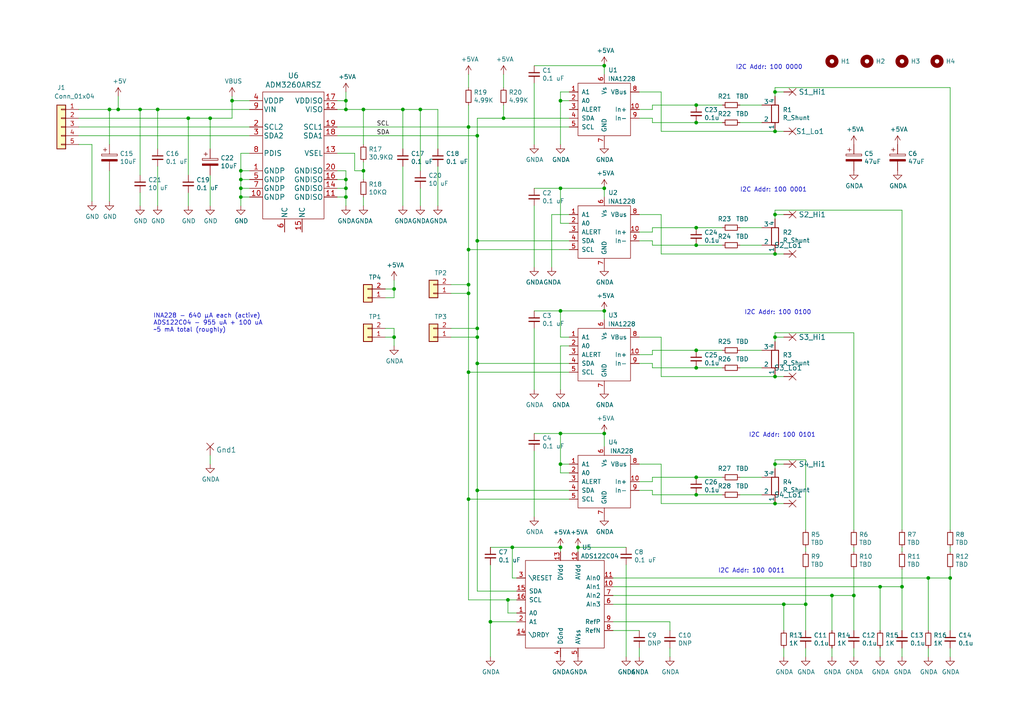
<source format=kicad_sch>
(kicad_sch (version 20211123) (generator eeschema)
  (paper "A4")
  (lib_symbols
    (symbol "Connector_Generic:Conn_01x02" (pin_names (offset 1.016) hide)
      (property "Reference" "J" (at 0 2.54 0))
      (property "Value" "Conn_01x02" (at 0 -5.08 0))
      (symbol "Conn_01x02_1_1"
        (pin passive line (at -5.08 0 0) (length 3.81) (name "Pin_1") (number "1"))
        (pin passive line (at -5.08 -2.54 0) (length 3.81) (name "Pin_2") (number "2"))
      )
    )
    (symbol "Connector_Generic:Conn_01x05" (pin_names (offset 1.016) hide)
      (property "Reference" "J" (at 0 7.62 0))
      (property "Value" "Conn_01x05" (at 0 -7.62 0))
      (symbol "Conn_01x05_1_1"
        (pin passive line (at -5.08 5.08 0) (length 3.81) (name "Pin_1") (number "1"))
        (pin passive line (at -5.08 2.54 0) (length 3.81) (name "Pin_2") (number "2"))
        (pin passive line (at -5.08 0 0) (length 3.81) (name "Pin_3") (number "3"))
        (pin passive line (at -5.08 -2.54 0) (length 3.81) (name "Pin_4") (number "4"))
        (pin passive line (at -5.08 -5.08 0) (length 3.81) (name "Pin_5") (number "5"))
      )
    )
    (symbol "Device:C_Polarized" (pin_numbers hide) (pin_names (offset 0.254))
      (property "Reference" "C" (at 0.635 2.54 0))
      (property "Value" "C_Polarized" (at 0.635 -2.54 0))
      (symbol "C_Polarized_1_1"
        (pin passive line (at 0 3.81 270) (length 2.794) (name "~") (number "1"))
        (pin passive line (at 0 -3.81 90) (length 2.794) (name "~") (number "2"))
      )
    )
    (symbol "Device:C_Small" (pin_numbers hide) (pin_names (offset 0.254) hide)
      (property "Reference" "C" (at 0.254 1.778 0))
      (property "Value" "C_Small" (at 0.254 -2.032 0))
      (symbol "C_Small_1_1"
        (pin passive line (at 0 2.54 270) (length 2.032) (name "~") (number "1"))
        (pin passive line (at 0 -2.54 90) (length 2.032) (name "~") (number "2"))
      )
    )
    (symbol "Device:R_Shunt" (pin_numbers hide) (pin_names (offset 0))
      (property "Reference" "R" (at -4.445 0 90))
      (property "Value" "R_Shunt" (at -2.54 0 90))
      (symbol "R_Shunt_1_1"
        (pin passive line (at 0 5.08 270) (length 2.54) (name "1") (number "1"))
        (pin passive line (at 3.81 2.54 180) (length 2.54) (name "2") (number "2"))
        (pin passive line (at 3.81 -2.54 180) (length 2.54) (name "3") (number "3"))
        (pin passive line (at 0 -5.08 90) (length 2.54) (name "4") (number "4"))
      )
    )
    (symbol "Device:R_Small" (pin_numbers hide) (pin_names (offset 0.254) hide)
      (property "Reference" "R" (at 0.762 0.508 0))
      (property "Value" "R_Small" (at 0.762 -1.016 0))
      (symbol "R_Small_1_1"
        (pin passive line (at 0 2.54 270) (length 0.762) (name "~") (number "1"))
        (pin passive line (at 0 -2.54 90) (length 0.762) (name "~") (number "2"))
      )
    )
    (symbol "Mechanical:MountingHole" (pin_names (offset 1.016))
      (property "Reference" "H" (at 0 5.08 0))
      (property "Value" "MountingHole" (at 0 3.175 0))
    )
    (symbol "custom:ADM3260ARSZ" (pin_names (offset 0.254))
      (property "Reference" "U" (at 3.81 16.51 0))
      (property "Value" "ADM3260ARSZ" (at 3.81 13.97 0))
      (symbol "ADM3260ARSZ_1_1"
        (pin power_in line (at -12.7 -15.24 0) (length 3.81) (name "GNDP") (number "1"))
        (pin power_in line (at -12.7 -22.86 0) (length 3.81) (name "GNDP") (number "10"))
        (pin power_in line (at 12.7 -22.86 180) (length 3.81) (name "GNDISO") (number "11"))
        (pin power_out line (at 12.7 2.54 180) (length 3.81) (name "VISO") (number "12"))
        (pin input line (at 12.7 -10.16 180) (length 3.81) (name "VSEL") (number "13"))
        (pin power_in line (at 12.7 -20.32 180) (length 3.81) (name "GNDISO") (number "14"))
        (pin unspecified line (at 2.54 -33.02 90) (length 3.81) (name "NC") (number "15"))
        (pin power_in line (at 12.7 -17.78 180) (length 3.81) (name "GNDISO") (number "16"))
        (pin power_in line (at 12.7 5.08 180) (length 3.81) (name "VDDISO") (number "17"))
        (pin bidirectional line (at 12.7 -5.08 180) (length 3.81) (name "SDA1") (number "18"))
        (pin bidirectional line (at 12.7 -2.54 180) (length 3.81) (name "SCL1") (number "19"))
        (pin bidirectional line (at -12.7 -2.54 0) (length 3.81) (name "SCL2") (number "2"))
        (pin power_in line (at 12.7 -15.24 180) (length 3.81) (name "GNDISO") (number "20"))
        (pin bidirectional line (at -12.7 -5.08 0) (length 3.81) (name "SDA2") (number "3"))
        (pin power_in line (at -12.7 5.08 0) (length 3.81) (name "VDDP") (number "4"))
        (pin power_in line (at -12.7 -17.78 0) (length 3.81) (name "GNDP") (number "5"))
        (pin unspecified line (at -2.54 -33.02 90) (length 3.81) (name "NC") (number "6"))
        (pin power_in line (at -12.7 -20.32 0) (length 3.81) (name "GNDP") (number "7"))
        (pin input line (at -12.7 -10.16 0) (length 3.81) (name "PDIS") (number "8"))
        (pin power_in line (at -12.7 2.54 0) (length 3.81) (name "VIN") (number "9"))
      )
    )
    (symbol "custom:ADS122C04" (pin_names (offset 1.016))
      (property "Reference" "U?" (at 8.89 13.97 0))
      (property "Value" "ADS122C04" (at 12.7 11.43 0))
      (symbol "ADS122C04_1_1"
        (pin input line (at -15.24 -5.08 0) (length 2.54) (name "A0") (number "1"))
        (pin input line (at 12.7 2.54 180) (length 2.54) (name "AIn1") (number "10"))
        (pin input line (at 12.7 5.08 180) (length 2.54) (name "AIn0") (number "11"))
        (pin input line (at 2.54 12.7 270) (length 2.54) (name "AVdd") (number "12"))
        (pin input line (at -2.54 12.7 270) (length 2.54) (name "DVdd") (number "13"))
        (pin output line (at -15.24 -11.43 0) (length 2.54) (name "\\DRDY") (number "14"))
        (pin bidirectional line (at -15.24 1.27 0) (length 2.54) (name "SDA") (number "15"))
        (pin input line (at -15.24 -1.27 0) (length 2.54) (name "SCL") (number "16"))
        (pin input line (at -15.24 -7.62 0) (length 2.54) (name "A1") (number "2"))
        (pin input line (at -15.24 5.08 0) (length 2.54) (name "\\RESET") (number "3"))
        (pin input line (at -2.54 -17.78 90) (length 2.54) (name "DGnd") (number "4"))
        (pin power_in line (at 2.54 -17.78 90) (length 2.54) (name "AVss") (number "5"))
        (pin input line (at 12.7 -2.54 180) (length 2.54) (name "AIn3") (number "6"))
        (pin input line (at 12.7 0 180) (length 2.54) (name "AIn2") (number "7"))
        (pin input line (at 12.7 -10.16 180) (length 2.54) (name "RefN") (number "8"))
        (pin input line (at 12.7 -7.62 180) (length 2.54) (name "RefP") (number "9"))
      )
    )
    (symbol "custom:INA228" (pin_names (offset 1.016))
      (property "Reference" "U?" (at 13.97 15.24 0))
      (property "Value" "INA228" (at 15.24 12.7 0))
      (symbol "INA228_1_1"
        (pin input line (at -10.16 0 0) (length 2.54) (name "A1") (number "1"))
        (pin input line (at 10.16 -5.08 180) (length 2.54) (name "In+") (number "10"))
        (pin input line (at -10.16 -2.54 0) (length 2.54) (name "A0") (number "2"))
        (pin output line (at -10.16 -5.08 0) (length 2.54) (name "ALERT") (number "3"))
        (pin bidirectional line (at -10.16 -7.62 0) (length 2.54) (name "SDA") (number "4"))
        (pin input line (at -10.16 -10.16 0) (length 2.54) (name "SCL") (number "5"))
        (pin power_in line (at 0 5.08 270) (length 2.54) (name "Vs") (number "6"))
        (pin power_in line (at 0 -15.24 90) (length 2.54) (name "GND") (number "7"))
        (pin input line (at 10.16 0 180) (length 2.54) (name "VBus") (number "8"))
        (pin input line (at 10.16 -7.62 180) (length 2.54) (name "In-") (number "9"))
      )
    )
    (symbol "custom:WIREPADSMD1,27-254-6_channel_esp32_energy_meter-eagle-import-6_channel_esp32_energy_meter-rescue" (pin_names (offset 1.016))
      (property "Reference" "PAD" (at -1.143 1.8542 0))
      (property "Value" "WIREPADSMD1,27-254-6_channel_esp32_energy_meter-eagle-import-6_channel_esp32_energy_meter-rescue" (at -1.143 -3.302 0))
      (symbol "WIREPADSMD1,27-254-6_channel_esp32_energy_meter-eagle-import-6_channel_esp32_energy_meter-rescue_1_0"
        (pin passive line (at 2.54 0 180) (length 2.54) (name "P") (number "1"))
      )
    )
    (symbol "power:+5V" (power) (pin_names (offset 0))
      (property "Value" "+5V" (at 0 3.556 0))
      (symbol "+5V_1_1"
        (pin power_in line (at 0 0 90) (length 0) hide (name "+5V") (number "1"))
      )
    )
    (symbol "power:+5VA" (power) (pin_names (offset 0))
      (property "Value" "+5VA" (at 0 3.556 0))
      (symbol "+5VA_1_1"
        (pin power_in line (at 0 0 90) (length 0) hide (name "+5VA") (number "1"))
      )
    )
    (symbol "power:GND" (power) (pin_names (offset 0))
      (property "Value" "GND" (at 0 -3.81 0))
      (symbol "GND_1_1"
        (pin power_in line (at 0 0 270) (length 0) hide (name "GND") (number "1"))
      )
    )
    (symbol "power:GNDA" (power) (pin_names (offset 0))
      (property "Value" "GNDA" (at 0 -3.81 0))
      (symbol "GNDA_1_1"
        (pin power_in line (at 0 0 270) (length 0) hide (name "GNDA") (number "1"))
      )
    )
    (symbol "power:VBUS" (power) (pin_names (offset 0))
      (property "Value" "VBUS" (at 0 3.81 0))
      (symbol "VBUS_1_1"
        (pin power_in line (at 0 0 90) (length 0) hide (name "VBUS") (number "1"))
      )
    )
  )
  (junction (at 135.89 85.09))
  (junction (at 201.93 30.48))
  (junction (at 146.05 34.29))
  (junction (at 175.26 90.17))
  (junction (at 60.96 34.29))
  (junction (at 224.79 38.1))
  (junction (at 105.41 31.75))
  (junction (at 135.89 144.78))
  (junction (at 162.56 90.17))
  (junction (at 69.85 49.53))
  (junction (at 34.29 31.75))
  (junction (at 135.89 82.55))
  (junction (at 201.93 66.04))
  (junction (at 100.33 54.61))
  (junction (at 121.92 31.75))
  (junction (at 162.56 158.75))
  (junction (at 224.79 134.62))
  (junction (at 116.84 31.75))
  (junction (at 227.33 175.26))
  (junction (at 45.72 31.75))
  (junction (at 175.26 54.61))
  (junction (at 224.79 73.66))
  (junction (at 138.43 105.41))
  (junction (at 255.27 170.18))
  (junction (at 275.59 167.64))
  (junction (at 135.89 72.39))
  (junction (at 201.93 106.68))
  (junction (at 162.56 29.21))
  (junction (at 54.61 34.29))
  (junction (at 138.43 97.79))
  (junction (at 201.93 143.51))
  (junction (at 261.62 170.18))
  (junction (at 224.79 62.23))
  (junction (at 162.56 125.73))
  (junction (at 162.56 134.62))
  (junction (at 142.24 180.34))
  (junction (at 201.93 138.43))
  (junction (at 224.79 97.79))
  (junction (at 31.75 31.75))
  (junction (at 201.93 35.56))
  (junction (at 100.33 57.15))
  (junction (at 224.79 146.05))
  (junction (at 167.64 158.75))
  (junction (at 69.85 54.61))
  (junction (at 69.85 52.07))
  (junction (at 201.93 101.6))
  (junction (at 138.43 69.85))
  (junction (at 224.79 109.22))
  (junction (at 269.24 167.64))
  (junction (at 175.26 19.05))
  (junction (at 105.41 49.53))
  (junction (at 40.64 31.75))
  (junction (at 148.59 158.75))
  (junction (at 175.26 125.73))
  (junction (at 67.31 29.21))
  (junction (at 69.85 57.15))
  (junction (at 135.89 36.83))
  (junction (at 247.65 172.72))
  (junction (at 135.89 107.95))
  (junction (at 100.33 52.07))
  (junction (at 162.56 54.61))
  (junction (at 147.32 173.99))
  (junction (at 201.93 71.12))
  (junction (at 138.43 142.24))
  (junction (at 114.3 83.82))
  (junction (at 114.3 97.79))
  (junction (at 241.3 172.72))
  (junction (at 233.68 175.26))
  (junction (at 224.79 26.67))
  (junction (at 100.33 29.21))
  (junction (at 138.43 95.25))
  (junction (at 100.33 31.75))
  (junction (at 138.43 39.37))
  (wire (pts (xy 138.43 69.85) (xy 165.1 69.85)))
  (wire (pts (xy 165.1 36.83) (xy 135.89 36.83)))
  (wire (pts (xy 154.94 41.91) (xy 154.94 24.13)))
  (wire (pts (xy 247.65 153.67) (xy 247.65 96.52)))
  (wire (pts (xy 111.76 95.25) (xy 114.3 95.25)))
  (wire (pts (xy 269.24 167.64) (xy 269.24 182.88)))
  (wire (pts (xy 227.33 38.1) (xy 224.79 38.1)))
  (wire (pts (xy 162.56 125.73) (xy 175.26 125.73)))
  (wire (pts (xy 167.64 158.75) (xy 181.61 158.75)))
  (wire (pts (xy 148.59 158.75) (xy 162.56 158.75)))
  (wire (pts (xy 224.79 133.35) (xy 224.79 134.62)))
  (wire (pts (xy 175.26 90.17) (xy 175.26 92.71)))
  (wire (pts (xy 275.59 160.02) (xy 275.59 158.75)))
  (wire (pts (xy 135.89 173.99) (xy 147.32 173.99)))
  (wire (pts (xy 146.05 25.4) (xy 146.05 21.59)))
  (wire (pts (xy 54.61 59.69) (xy 54.61 55.88)))
  (wire (pts (xy 165.1 100.33) (xy 162.56 100.33)))
  (wire (pts (xy 162.56 137.16) (xy 165.1 137.16)))
  (wire (pts (xy 233.68 133.35) (xy 224.79 133.35)))
  (wire (pts (xy 224.79 26.67) (xy 224.79 27.94)))
  (wire (pts (xy 111.76 83.82) (xy 114.3 83.82)))
  (wire (pts (xy 114.3 83.82) (xy 114.3 81.28)))
  (wire (pts (xy 185.42 187.96) (xy 185.42 190.5)))
  (wire (pts (xy 189.23 66.04) (xy 201.93 66.04)))
  (wire (pts (xy 201.93 35.56) (xy 209.55 35.56)))
  (wire (pts (xy 162.56 100.33) (xy 162.56 113.03)))
  (wire (pts (xy 220.98 71.12) (xy 214.63 71.12)))
  (wire (pts (xy 121.92 59.69) (xy 121.92 54.61)))
  (wire (pts (xy 189.23 35.56) (xy 189.23 34.29)))
  (wire (pts (xy 138.43 95.25) (xy 138.43 97.79)))
  (wire (pts (xy 154.94 19.05) (xy 175.26 19.05)))
  (wire (pts (xy 185.42 139.7) (xy 189.23 139.7)))
  (wire (pts (xy 261.62 60.96) (xy 261.62 153.67)))
  (wire (pts (xy 135.89 82.55) (xy 135.89 85.09)))
  (wire (pts (xy 241.3 172.72) (xy 241.3 182.88)))
  (wire (pts (xy 255.27 187.96) (xy 255.27 190.5)))
  (wire (pts (xy 233.68 175.26) (xy 233.68 182.88)))
  (wire (pts (xy 165.1 34.29) (xy 146.05 34.29)))
  (wire (pts (xy 34.29 27.94) (xy 34.29 31.75)))
  (wire (pts (xy 40.64 50.8) (xy 40.64 31.75)))
  (wire (pts (xy 102.87 44.45) (xy 102.87 49.53)))
  (wire (pts (xy 224.79 97.79) (xy 224.79 99.06)))
  (wire (pts (xy 275.59 182.88) (xy 275.59 167.64)))
  (wire (pts (xy 67.31 27.94) (xy 67.31 29.21)))
  (wire (pts (xy 142.24 158.75) (xy 148.59 158.75)))
  (wire (pts (xy 227.33 175.26) (xy 233.68 175.26)))
  (wire (pts (xy 227.33 109.22) (xy 224.79 109.22)))
  (wire (pts (xy 191.77 38.1) (xy 224.79 38.1)))
  (wire (pts (xy 135.89 107.95) (xy 165.1 107.95)))
  (wire (pts (xy 275.59 167.64) (xy 275.59 165.1)))
  (wire (pts (xy 116.84 59.69) (xy 116.84 48.26)))
  (wire (pts (xy 160.02 62.23) (xy 160.02 77.47)))
  (wire (pts (xy 114.3 95.25) (xy 114.3 97.79)))
  (wire (pts (xy 135.89 30.48) (xy 135.89 36.83)))
  (wire (pts (xy 201.93 138.43) (xy 209.55 138.43)))
  (wire (pts (xy 45.72 59.69) (xy 45.72 48.26)))
  (wire (pts (xy 147.32 177.8) (xy 149.86 177.8)))
  (wire (pts (xy 116.84 43.18) (xy 116.84 31.75)))
  (wire (pts (xy 154.94 149.86) (xy 154.94 130.81)))
  (wire (pts (xy 191.77 146.05) (xy 224.79 146.05)))
  (wire (pts (xy 175.26 54.61) (xy 175.26 57.15)))
  (wire (pts (xy 34.29 31.75) (xy 40.64 31.75)))
  (wire (pts (xy 189.23 67.31) (xy 189.23 66.04)))
  (wire (pts (xy 189.23 142.24) (xy 185.42 142.24)))
  (wire (pts (xy 189.23 143.51) (xy 201.93 143.51)))
  (wire (pts (xy 275.59 187.96) (xy 275.59 190.5)))
  (wire (pts (xy 233.68 175.26) (xy 233.68 165.1)))
  (wire (pts (xy 147.32 173.99) (xy 147.32 177.8)))
  (wire (pts (xy 189.23 31.75) (xy 189.23 30.48)))
  (wire (pts (xy 201.93 101.6) (xy 209.55 101.6)))
  (wire (pts (xy 167.64 160.02) (xy 167.64 158.75)))
  (wire (pts (xy 189.23 71.12) (xy 189.23 69.85)))
  (wire (pts (xy 165.1 26.67) (xy 162.56 26.67)))
  (wire (pts (xy 105.41 41.91) (xy 105.41 31.75)))
  (wire (pts (xy 227.33 26.67) (xy 224.79 26.67)))
  (wire (pts (xy 154.94 54.61) (xy 162.56 54.61)))
  (wire (pts (xy 105.41 49.53) (xy 105.41 52.07)))
  (wire (pts (xy 224.79 62.23) (xy 224.79 60.96)))
  (wire (pts (xy 102.87 49.53) (xy 105.41 49.53)))
  (wire (pts (xy 116.84 31.75) (xy 121.92 31.75)))
  (wire (pts (xy 220.98 106.68) (xy 214.63 106.68)))
  (wire (pts (xy 177.8 167.64) (xy 269.24 167.64)))
  (wire (pts (xy 227.33 62.23) (xy 224.79 62.23)))
  (wire (pts (xy 275.59 167.64) (xy 269.24 167.64)))
  (wire (pts (xy 177.8 175.26) (xy 227.33 175.26)))
  (wire (pts (xy 22.86 39.37) (xy 72.39 39.37)))
  (wire (pts (xy 100.33 54.61) (xy 97.79 54.61)))
  (wire (pts (xy 241.3 172.72) (xy 247.65 172.72)))
  (wire (pts (xy 154.94 125.73) (xy 162.56 125.73)))
  (wire (pts (xy 191.77 73.66) (xy 224.79 73.66)))
  (wire (pts (xy 97.79 36.83) (xy 135.89 36.83)))
  (wire (pts (xy 177.8 170.18) (xy 255.27 170.18)))
  (wire (pts (xy 255.27 170.18) (xy 261.62 170.18)))
  (wire (pts (xy 69.85 49.53) (xy 72.39 49.53)))
  (wire (pts (xy 69.85 54.61) (xy 72.39 54.61)))
  (wire (pts (xy 227.33 187.96) (xy 227.33 190.5)))
  (wire (pts (xy 114.3 86.36) (xy 114.3 83.82)))
  (wire (pts (xy 135.89 144.78) (xy 135.89 107.95)))
  (wire (pts (xy 149.86 167.64) (xy 148.59 167.64)))
  (wire (pts (xy 165.1 62.23) (xy 160.02 62.23)))
  (wire (pts (xy 149.86 173.99) (xy 147.32 173.99)))
  (wire (pts (xy 269.24 187.96) (xy 269.24 190.5)))
  (wire (pts (xy 154.94 90.17) (xy 162.56 90.17)))
  (wire (pts (xy 191.77 109.22) (xy 224.79 109.22)))
  (wire (pts (xy 142.24 190.5) (xy 142.24 180.34)))
  (wire (pts (xy 138.43 69.85) (xy 138.43 95.25)))
  (wire (pts (xy 31.75 31.75) (xy 31.75 41.91)))
  (wire (pts (xy 100.33 29.21) (xy 100.33 31.75)))
  (wire (pts (xy 261.62 187.96) (xy 261.62 190.5)))
  (wire (pts (xy 40.64 31.75) (xy 45.72 31.75)))
  (wire (pts (xy 69.85 54.61) (xy 69.85 52.07)))
  (wire (pts (xy 261.62 158.75) (xy 261.62 160.02)))
  (wire (pts (xy 189.23 101.6) (xy 201.93 101.6)))
  (wire (pts (xy 60.96 59.69) (xy 60.96 50.8)))
  (wire (pts (xy 60.96 134.62) (xy 60.96 132.08)))
  (wire (pts (xy 97.79 44.45) (xy 102.87 44.45)))
  (wire (pts (xy 191.77 62.23) (xy 191.77 73.66)))
  (wire (pts (xy 121.92 31.75) (xy 127 31.75)))
  (wire (pts (xy 162.56 90.17) (xy 175.26 90.17)))
  (wire (pts (xy 100.33 59.69) (xy 100.33 57.15)))
  (wire (pts (xy 100.33 31.75) (xy 97.79 31.75)))
  (wire (pts (xy 146.05 34.29) (xy 138.43 34.29)))
  (wire (pts (xy 189.23 34.29) (xy 185.42 34.29)))
  (wire (pts (xy 60.96 34.29) (xy 67.31 34.29)))
  (wire (pts (xy 100.33 52.07) (xy 100.33 49.53)))
  (wire (pts (xy 214.63 66.04) (xy 220.98 66.04)))
  (wire (pts (xy 191.77 26.67) (xy 191.77 38.1)))
  (wire (pts (xy 45.72 43.18) (xy 45.72 31.75)))
  (wire (pts (xy 194.31 187.96) (xy 194.31 190.5)))
  (wire (pts (xy 162.56 41.91) (xy 162.56 29.21)))
  (wire (pts (xy 233.68 160.02) (xy 233.68 158.75)))
  (wire (pts (xy 241.3 187.96) (xy 241.3 190.5)))
  (wire (pts (xy 135.89 72.39) (xy 135.89 82.55)))
  (wire (pts (xy 162.56 158.75) (xy 162.56 160.02)))
  (wire (pts (xy 162.56 64.77) (xy 162.56 54.61)))
  (wire (pts (xy 130.81 97.79) (xy 138.43 97.79)))
  (wire (pts (xy 31.75 31.75) (xy 34.29 31.75)))
  (wire (pts (xy 201.93 66.04) (xy 209.55 66.04)))
  (wire (pts (xy 69.85 52.07) (xy 69.85 49.53)))
  (wire (pts (xy 275.59 25.4) (xy 224.79 25.4)))
  (wire (pts (xy 189.23 143.51) (xy 189.23 142.24)))
  (wire (pts (xy 185.42 31.75) (xy 189.23 31.75)))
  (wire (pts (xy 220.98 143.51) (xy 214.63 143.51)))
  (wire (pts (xy 135.89 72.39) (xy 165.1 72.39)))
  (wire (pts (xy 185.42 67.31) (xy 189.23 67.31)))
  (wire (pts (xy 100.33 52.07) (xy 97.79 52.07)))
  (wire (pts (xy 105.41 57.15) (xy 105.41 59.69)))
  (wire (pts (xy 201.93 106.68) (xy 209.55 106.68)))
  (wire (pts (xy 60.96 43.18) (xy 60.96 34.29)))
  (wire (pts (xy 154.94 113.03) (xy 154.94 95.25)))
  (wire (pts (xy 162.56 134.62) (xy 162.56 137.16)))
  (wire (pts (xy 255.27 170.18) (xy 255.27 182.88)))
  (wire (pts (xy 191.77 97.79) (xy 191.77 109.22)))
  (wire (pts (xy 114.3 97.79) (xy 114.3 100.33)))
  (wire (pts (xy 162.56 134.62) (xy 162.56 125.73)))
  (wire (pts (xy 189.23 35.56) (xy 201.93 35.56)))
  (wire (pts (xy 142.24 180.34) (xy 142.24 163.83)))
  (wire (pts (xy 22.86 41.91) (xy 26.67 41.91)))
  (wire (pts (xy 181.61 190.5) (xy 181.61 163.83)))
  (wire (pts (xy 189.23 71.12) (xy 201.93 71.12)))
  (wire (pts (xy 177.8 180.34) (xy 194.31 180.34)))
  (wire (pts (xy 154.94 77.47) (xy 154.94 59.69)))
  (wire (pts (xy 100.33 29.21) (xy 100.33 26.67)))
  (wire (pts (xy 54.61 34.29) (xy 60.96 34.29)))
  (wire (pts (xy 138.43 142.24) (xy 165.1 142.24)))
  (wire (pts (xy 201.93 143.51) (xy 209.55 143.51)))
  (wire (pts (xy 247.65 172.72) (xy 247.65 182.88)))
  (wire (pts (xy 247.65 187.96) (xy 247.65 190.5)))
  (wire (pts (xy 214.63 30.48) (xy 220.98 30.48)))
  (wire (pts (xy 220.98 35.56) (xy 214.63 35.56)))
  (wire (pts (xy 127 43.18) (xy 127 31.75)))
  (wire (pts (xy 22.86 34.29) (xy 54.61 34.29)))
  (wire (pts (xy 40.64 59.69) (xy 40.64 55.88)))
  (wire (pts (xy 146.05 34.29) (xy 146.05 30.48)))
  (wire (pts (xy 227.33 97.79) (xy 224.79 97.79)))
  (wire (pts (xy 214.63 101.6) (xy 220.98 101.6)))
  (wire (pts (xy 185.42 62.23) (xy 191.77 62.23)))
  (wire (pts (xy 67.31 29.21) (xy 72.39 29.21)))
  (wire (pts (xy 135.89 144.78) (xy 135.89 173.99)))
  (wire (pts (xy 135.89 85.09) (xy 135.89 107.95)))
  (wire (pts (xy 185.42 97.79) (xy 191.77 97.79)))
  (wire (pts (xy 261.62 165.1) (xy 261.62 170.18)))
  (wire (pts (xy 165.1 64.77) (xy 162.56 64.77)))
  (wire (pts (xy 227.33 134.62) (xy 224.79 134.62)))
  (wire (pts (xy 22.86 36.83) (xy 72.39 36.83)))
  (wire (pts (xy 224.79 96.52) (xy 224.79 97.79)))
  (wire (pts (xy 165.1 144.78) (xy 135.89 144.78)))
  (wire (pts (xy 185.42 26.67) (xy 191.77 26.67)))
  (wire (pts (xy 224.79 62.23) (xy 224.79 63.5)))
  (wire (pts (xy 165.1 134.62) (xy 162.56 134.62)))
  (wire (pts (xy 54.61 50.8) (xy 54.61 34.29)))
  (wire (pts (xy 100.33 31.75) (xy 105.41 31.75)))
  (wire (pts (xy 130.81 95.25) (xy 138.43 95.25)))
  (wire (pts (xy 162.56 97.79) (xy 162.56 90.17)))
  (wire (pts (xy 138.43 105.41) (xy 138.43 142.24)))
  (wire (pts (xy 247.65 160.02) (xy 247.65 158.75)))
  (wire (pts (xy 177.8 182.88) (xy 185.42 182.88)))
  (wire (pts (xy 227.33 182.88) (xy 227.33 175.26)))
  (wire (pts (xy 135.89 36.83) (xy 135.89 72.39)))
  (wire (pts (xy 105.41 31.75) (xy 116.84 31.75)))
  (wire (pts (xy 214.63 138.43) (xy 220.98 138.43)))
  (wire (pts (xy 189.23 106.68) (xy 189.23 105.41)))
  (wire (pts (xy 127 59.69) (xy 127 48.26)))
  (wire (pts (xy 247.65 172.72) (xy 247.65 165.1)))
  (wire (pts (xy 69.85 57.15) (xy 72.39 57.15)))
  (wire (pts (xy 45.72 31.75) (xy 72.39 31.75)))
  (wire (pts (xy 189.23 105.41) (xy 185.42 105.41)))
  (wire (pts (xy 138.43 34.29) (xy 138.43 39.37)))
  (wire (pts (xy 67.31 34.29) (xy 67.31 29.21)))
  (wire (pts (xy 148.59 167.64) (xy 148.59 158.75)))
  (wire (pts (xy 177.8 172.72) (xy 241.3 172.72)))
  (wire (pts (xy 100.33 49.53) (xy 97.79 49.53)))
  (wire (pts (xy 189.23 138.43) (xy 201.93 138.43)))
  (wire (pts (xy 185.42 134.62) (xy 191.77 134.62)))
  (wire (pts (xy 130.81 85.09) (xy 135.89 85.09)))
  (wire (pts (xy 149.86 171.45) (xy 138.43 171.45)))
  (wire (pts (xy 138.43 39.37) (xy 138.43 69.85)))
  (wire (pts (xy 100.33 57.15) (xy 97.79 57.15)))
  (wire (pts (xy 191.77 134.62) (xy 191.77 146.05)))
  (wire (pts (xy 138.43 142.24) (xy 138.43 171.45)))
  (wire (pts (xy 69.85 59.69) (xy 69.85 57.15)))
  (wire (pts (xy 261.62 170.18) (xy 261.62 182.88)))
  (wire (pts (xy 165.1 97.79) (xy 162.56 97.79)))
  (wire (pts (xy 189.23 139.7) (xy 189.23 138.43)))
  (wire (pts (xy 175.26 21.59) (xy 175.26 19.05)))
  (wire (pts (xy 69.85 52.07) (xy 72.39 52.07)))
  (wire (pts (xy 201.93 71.12) (xy 209.55 71.12)))
  (wire (pts (xy 189.23 102.87) (xy 189.23 101.6)))
  (wire (pts (xy 105.41 49.53) (xy 105.41 46.99)))
  (wire (pts (xy 138.43 97.79) (xy 138.43 105.41)))
  (wire (pts (xy 69.85 57.15) (xy 69.85 54.61)))
  (wire (pts (xy 189.23 69.85) (xy 185.42 69.85)))
  (wire (pts (xy 233.68 153.67) (xy 233.68 133.35)))
  (wire (pts (xy 224.79 134.62) (xy 224.79 135.89)))
  (wire (pts (xy 100.33 54.61) (xy 100.33 52.07)))
  (wire (pts (xy 100.33 57.15) (xy 100.33 54.61)))
  (wire (pts (xy 194.31 180.34) (xy 194.31 182.88)))
  (wire (pts (xy 121.92 49.53) (xy 121.92 31.75)))
  (wire (pts (xy 227.33 146.05) (xy 224.79 146.05)))
  (wire (pts (xy 224.79 60.96) (xy 261.62 60.96)))
  (wire (pts (xy 97.79 29.21) (xy 100.33 29.21)))
  (wire (pts (xy 227.33 73.66) (xy 224.79 73.66)))
  (wire (pts (xy 31.75 58.42) (xy 31.75 49.53)))
  (wire (pts (xy 185.42 102.87) (xy 189.23 102.87)))
  (wire (pts (xy 201.93 30.48) (xy 209.55 30.48)))
  (wire (pts (xy 111.76 86.36) (xy 114.3 86.36)))
  (wire (pts (xy 233.68 187.96) (xy 233.68 190.5)))
  (wire (pts (xy 189.23 30.48) (xy 201.93 30.48)))
  (wire (pts (xy 138.43 105.41) (xy 165.1 105.41)))
  (wire (pts (xy 69.85 49.53) (xy 69.85 44.45)))
  (wire (pts (xy 224.79 25.4) (xy 224.79 26.67)))
  (wire (pts (xy 97.79 39.37) (xy 138.43 39.37)))
  (wire (pts (xy 111.76 97.79) (xy 114.3 97.79)))
  (wire (pts (xy 162.56 54.61) (xy 175.26 54.61)))
  (wire (pts (xy 135.89 21.59) (xy 135.89 25.4)))
  (wire (pts (xy 149.86 180.34) (xy 142.24 180.34)))
  (wire (pts (xy 22.86 31.75) (xy 31.75 31.75)))
  (wire (pts (xy 275.59 153.67) (xy 275.59 25.4)))
  (wire (pts (xy 162.56 26.67) (xy 162.56 29.21)))
  (wire (pts (xy 247.65 96.52) (xy 224.79 96.52)))
  (wire (pts (xy 189.23 106.68) (xy 201.93 106.68)))
  (wire (pts (xy 130.81 82.55) (xy 135.89 82.55)))
  (wire (pts (xy 26.67 58.42) (xy 26.67 41.91)))
  (wire (pts (xy 162.56 29.21) (xy 165.1 29.21)))
  (wire (pts (xy 69.85 44.45) (xy 72.39 44.45)))
  (wire (pts (xy 175.26 125.73) (xy 175.26 129.54)))
  (text "I2C Addr: 100 0101\n" (at 217.17 127 0) (effects (font (size 1.27 1.27)) (justify left bottom)))
  (text "I2C Addr: 100 0000\n" (at 213.36 20.32 0) (effects (font (size 1.27 1.27)) (justify left bottom)))
  (text "I2C Addr: 100 0011\n" (at 208.28 166.37 0) (effects (font (size 1.27 1.27)) (justify left bottom)))
  (text "I2C Addr: 100 0001\n" (at 214.63 55.88 0) (effects (font (size 1.27 1.27)) (justify left bottom)))
  (text "INA228 - 640 µA each (active)\nADS122C04 - 955 uA + 100 uA\n~5 mA total (roughly)" (at 44.45 96.52 0) (effects (font (size 1.27 1.27)) (justify left bottom)))
  (text "I2C Addr: 100 0100\n" (at 215.9 91.44 0) (effects (font (size 1.27 1.27)) (justify left bottom)))
  (label "SCL" (at 109.22 36.83 0))
  (label "SDA" (at 109.22 39.37 0))
  (symbol (lib_id "custom:INA228") (at 175.26 26.67 0) (unit 1)
    (property "Reference" "U1" (at 177.8 20.32 0))
    (property "Value" "INA1228" (at 180.34 22.86 0))
    (property "Footprint" "Package_SO:MSOP-10_3x3mm_P0.5mm" (effects hide))
  )
  (symbol (lib_id "custom:INA228") (at 175.26 62.23 0) (unit 1)
    (property "Reference" "U2" (at 177.8 55.88 0))
    (property "Value" "INA1228" (at 180.34 58.42 0))
    (property "Footprint" "Package_SO:MSOP-10_3x3mm_P0.5mm" (effects hide))
  )
  (symbol (lib_id "custom:INA228") (at 175.26 97.79 0) (unit 1)
    (property "Reference" "U3" (at 177.8 91.44 0))
    (property "Value" "INA1228" (at 180.34 93.98 0))
    (property "Footprint" "Package_SO:MSOP-10_3x3mm_P0.5mm" (effects hide))
  )
  (symbol (lib_id "custom:INA228") (at 175.26 134.62 0) (unit 1)
    (property "Reference" "U4" (at 177.8 128.27 0))
    (property "Value" "INA228" (at 180.34 130.81 0))
    (property "Footprint" "Package_SO:MSOP-10_3x3mm_P0.5mm" (effects hide))
  )
  (symbol (lib_id "Device:C_Small") (at 154.94 21.59 0) (unit 1)
    (property "Reference" "C1" (at 157.2768 20.4216 0) (effects (justify left)))
    (property "Value" "0.1 uF" (at 157.2768 22.733 0) (effects (justify left)))
    (property "Footprint" "Capacitor_SMD:C_0603_1608Metric" (effects hide))
  )
  (symbol (lib_id "Device:C_Small") (at 154.94 57.15 0) (unit 1)
    (property "Reference" "C2" (at 157.2768 55.9816 0) (effects (justify left)))
    (property "Value" "0.1 uF" (at 157.2768 58.293 0) (effects (justify left)))
    (property "Footprint" "Capacitor_SMD:C_0603_1608Metric" (effects hide))
  )
  (symbol (lib_id "Device:C_Small") (at 154.94 92.71 0) (unit 1)
    (property "Reference" "C3" (at 157.2768 91.5416 0) (effects (justify left)))
    (property "Value" "0.1 uF" (at 157.2768 93.853 0) (effects (justify left)))
    (property "Footprint" "Capacitor_SMD:C_0603_1608Metric" (effects hide))
  )
  (symbol (lib_id "Device:C_Small") (at 154.94 128.27 0) (unit 1)
    (property "Reference" "C4" (at 157.2768 127.1016 0) (effects (justify left)))
    (property "Value" "0.1 uF" (at 157.2768 129.413 0) (effects (justify left)))
    (property "Footprint" "Capacitor_SMD:C_0603_1608Metric" (effects hide))
  )
  (symbol (lib_id "Device:R_Shunt") (at 224.79 33.02 180) (unit 1)
    (property "Reference" "R1" (at 227.0252 31.8516 0) (effects (justify right)))
    (property "Value" "R_Shunt" (at 227.0252 34.163 0) (effects (justify right)))
    (property "Footprint" "Resistor_SMD:R_Shunt_Vishay_WSKW0612" (effects hide))
  )
  (symbol (lib_id "Device:R_Shunt") (at 224.79 68.58 180) (unit 1)
    (property "Reference" "R2" (at 227.0252 67.4116 0) (effects (justify right)))
    (property "Value" "R_Shunt" (at 227.0252 69.723 0) (effects (justify right)))
    (property "Footprint" "Resistor_SMD:R_Shunt_Vishay_WSKW0612" (effects hide))
  )
  (symbol (lib_id "Device:R_Shunt") (at 224.79 104.14 180) (unit 1)
    (property "Reference" "R3" (at 227.0252 102.9716 0) (effects (justify right)))
    (property "Value" "R_Shunt" (at 227.0252 105.283 0) (effects (justify right)))
    (property "Footprint" "Resistor_SMD:R_Shunt_Vishay_WSKW0612" (effects hide))
  )
  (symbol (lib_id "Device:R_Shunt") (at 224.79 140.97 180) (unit 1)
    (property "Reference" "R4" (at 227.0252 139.8016 0) (effects (justify right)))
    (property "Value" "R_Shunt" (at 227.0252 142.113 0) (effects (justify right)))
    (property "Footprint" "Resistor_SMD:R_Shunt_Vishay_WSKW0612" (effects hide))
  )
  (symbol (lib_id "custom:WIREPADSMD1,27-254-6_channel_esp32_energy_meter-eagle-import-6_channel_esp32_energy_meter-rescue") (at 229.87 26.67 180) (unit 1)
    (property "Reference" "S1_Hi1" (at 231.6226 26.67 0) (effects (font (size 1.4986 1.4986)) (justify right)))
    (property "Value" " " (effects hide))
    (property "Footprint" "MountingHole:MountingHole_3mm_Pad_Via" (effects hide))
  )
  (symbol (lib_id "custom:WIREPADSMD1,27-254-6_channel_esp32_energy_meter-eagle-import-6_channel_esp32_energy_meter-rescue") (at 229.87 38.1 180) (unit 1)
    (property "Reference" "S1_Lo1" (at 234.95 38.1 0) (effects (font (size 1.4986 1.4986))))
    (property "Value" " " (effects hide))
    (property "Footprint" "MountingHole:MountingHole_3mm_Pad_Via" (effects hide))
  )
  (symbol (lib_id "custom:WIREPADSMD1,27-254-6_channel_esp32_energy_meter-eagle-import-6_channel_esp32_energy_meter-rescue") (at 229.87 62.23 180) (unit 1)
    (property "Reference" "S2_Hi1" (at 231.6226 62.23 0) (effects (font (size 1.4986 1.4986)) (justify right)))
    (property "Value" " " (effects hide))
    (property "Footprint" "MountingHole:MountingHole_3mm_Pad_Via" (effects hide))
  )
  (symbol (lib_id "custom:WIREPADSMD1,27-254-6_channel_esp32_energy_meter-eagle-import-6_channel_esp32_energy_meter-rescue") (at 229.87 97.79 180) (unit 1)
    (property "Reference" "S3_Hi1" (at 231.6226 97.79 0) (effects (font (size 1.4986 1.4986)) (justify right)))
    (property "Value" " " (effects hide))
    (property "Footprint" "MountingHole:MountingHole_3mm_Pad_Via" (effects hide))
  )
  (symbol (lib_id "custom:WIREPADSMD1,27-254-6_channel_esp32_energy_meter-eagle-import-6_channel_esp32_energy_meter-rescue") (at 229.87 134.62 180) (unit 1)
    (property "Reference" "S4_Hi1" (at 231.6226 134.62 0) (effects (font (size 1.4986 1.4986)) (justify right)))
    (property "Value" " " (effects hide))
    (property "Footprint" "MountingHole:MountingHole_3mm_Pad_Via" (effects hide))
  )
  (symbol (lib_id "custom:WIREPADSMD1,27-254-6_channel_esp32_energy_meter-eagle-import-6_channel_esp32_energy_meter-rescue") (at 229.87 73.66 180) (unit 1)
    (property "Reference" "S2_Lo1" (at 228.6 71.12 0) (effects (font (size 1.4986 1.4986))))
    (property "Value" " " (effects hide))
    (property "Footprint" "MountingHole:MountingHole_3mm_Pad_Via" (effects hide))
  )
  (symbol (lib_id "custom:WIREPADSMD1,27-254-6_channel_esp32_energy_meter-eagle-import-6_channel_esp32_energy_meter-rescue") (at 229.87 109.22 180) (unit 1)
    (property "Reference" "S3_Lo1" (at 228.6 106.68 0) (effects (font (size 1.4986 1.4986))))
    (property "Value" " " (effects hide))
    (property "Footprint" "MountingHole:MountingHole_3mm_Pad_Via" (effects hide))
  )
  (symbol (lib_id "custom:WIREPADSMD1,27-254-6_channel_esp32_energy_meter-eagle-import-6_channel_esp32_energy_meter-rescue") (at 229.87 146.05 180) (unit 1)
    (property "Reference" "S4_Lo1" (at 228.6 143.51 0) (effects (font (size 1.4986 1.4986))))
    (property "Value" " " (effects hide))
    (property "Footprint" "MountingHole:MountingHole_3mm_Pad_Via" (effects hide))
  )
  (symbol (lib_id "Connector_Generic:Conn_01x05") (at 17.78 36.83 0) (mirror y) (unit 1)
    (property "Reference" "J1" (at 17.78 25.4 0))
    (property "Value" "Conn_01x04" (at 21.59 27.94 0))
    (property "Footprint" "Connector_JST:JST_XH_B5B-XH-A_1x05_P2.50mm_Vertical" (effects hide))
  )
  (symbol (lib_id "Device:C_Polarized") (at 247.65 45.72 0) (unit 1)
    (property "Reference" "C5" (at 250.6472 44.5516 0) (effects (justify left)))
    (property "Value" "47uF" (at 250.6472 46.863 0) (effects (justify left)))
    (property "Footprint" "Capacitor_THT:CP_Radial_D6.3mm_P2.50mm" (effects hide))
  )
  (symbol (lib_id "Device:C_Polarized") (at 260.35 45.72 0) (unit 1)
    (property "Reference" "C6" (at 263.3472 44.5516 0) (effects (justify left)))
    (property "Value" "47uF" (at 263.3472 46.863 0) (effects (justify left)))
    (property "Footprint" "Capacitor_THT:CP_Radial_D6.3mm_P2.50mm" (effects hide))
  )
  (symbol (lib_id "custom:ADS122C04") (at 165.1 172.72 0) (unit 1)
    (property "Reference" "U5" (at 170.18 158.75 0))
    (property "Value" "ADS122C04" (at 173.99 161.29 0))
    (property "Footprint" "Package_SO:TSSOP-16_4.4x5mm_P0.65mm" (effects hide))
  )
  (symbol (lib_id "Device:C_Small") (at 142.24 161.29 0) (unit 1)
    (property "Reference" "C7" (at 144.5768 160.1216 0) (effects (justify left)))
    (property "Value" "0.1 uF" (at 144.5768 162.433 0) (effects (justify left)))
    (property "Footprint" "Capacitor_SMD:C_0603_1608Metric" (effects hide))
  )
  (symbol (lib_id "Device:C_Small") (at 181.61 161.29 0) (unit 1)
    (property "Reference" "C8" (at 183.9468 160.1216 0) (effects (justify left)))
    (property "Value" "0.1 uF" (at 183.9468 162.433 0) (effects (justify left)))
    (property "Footprint" "Capacitor_SMD:C_0603_1608Metric" (effects hide))
  )
  (symbol (lib_id "Device:R_Small") (at 135.89 27.94 0) (unit 1)
    (property "Reference" "R19" (at 137.3886 26.7716 0) (effects (justify left)))
    (property "Value" "4.99K" (at 137.3886 29.083 0) (effects (justify left)))
    (property "Footprint" "Resistor_SMD:R_0603_1608Metric" (effects hide))
  )
  (symbol (lib_id "Device:R_Small") (at 146.05 27.94 0) (unit 1)
    (property "Reference" "R20" (at 147.5486 26.7716 0) (effects (justify left)))
    (property "Value" "4.99K" (at 147.5486 29.083 0) (effects (justify left)))
    (property "Footprint" "Resistor_SMD:R_0603_1608Metric" (effects hide))
  )
  (symbol (lib_id "power:+5VA") (at 135.89 21.59 0) (unit 1)
    (property "Reference" "#PWR03" (effects hide))
    (property "Value" "+5VA" (at 136.271 17.1958 0))
  )
  (symbol (lib_id "power:+5VA") (at 146.05 21.59 0) (unit 1)
    (property "Reference" "#PWR04" (effects hide))
    (property "Value" "+5VA" (at 146.431 17.1958 0))
  )
  (symbol (lib_id "Device:C_Small") (at 185.42 185.42 0) (unit 1)
    (property "Reference" "C9" (at 187.7568 184.2516 0) (effects (justify left)))
    (property "Value" "DNP" (at 187.7568 186.563 0) (effects (justify left)))
    (property "Footprint" "Capacitor_SMD:C_0603_1608Metric" (effects hide))
  )
  (symbol (lib_id "Device:C_Small") (at 194.31 185.42 0) (unit 1)
    (property "Reference" "C10" (at 196.6468 184.2516 0) (effects (justify left)))
    (property "Value" "DNP" (at 196.6468 186.563 0) (effects (justify left)))
    (property "Footprint" "Capacitor_SMD:C_0603_1608Metric" (effects hide))
  )
  (symbol (lib_id "Device:R_Small") (at 227.33 185.42 0) (unit 1)
    (property "Reference" "R13" (at 228.8286 184.2516 0) (effects (justify left)))
    (property "Value" "1K" (at 228.8286 186.563 0) (effects (justify left)))
    (property "Footprint" "Resistor_SMD:R_0603_1608Metric" (effects hide))
  )
  (symbol (lib_id "Device:R_Small") (at 241.3 185.42 0) (unit 1)
    (property "Reference" "R14" (at 242.7986 184.2516 0) (effects (justify left)))
    (property "Value" "1K" (at 242.7986 186.563 0) (effects (justify left)))
    (property "Footprint" "Resistor_SMD:R_0603_1608Metric" (effects hide))
  )
  (symbol (lib_id "Device:R_Small") (at 255.27 185.42 0) (unit 1)
    (property "Reference" "R15" (at 256.7686 184.2516 0) (effects (justify left)))
    (property "Value" "1K" (at 256.7686 186.563 0) (effects (justify left)))
    (property "Footprint" "Resistor_SMD:R_0603_1608Metric" (effects hide))
  )
  (symbol (lib_id "Device:R_Small") (at 269.24 185.42 0) (unit 1)
    (property "Reference" "R16" (at 270.7386 184.2516 0) (effects (justify left)))
    (property "Value" "1K" (at 270.7386 186.563 0) (effects (justify left)))
    (property "Footprint" "Resistor_SMD:R_0603_1608Metric" (effects hide))
  )
  (symbol (lib_id "Device:C_Small") (at 233.68 185.42 0) (unit 1)
    (property "Reference" "C11" (at 236.0168 184.2516 0) (effects (justify left)))
    (property "Value" "0.1u" (at 236.0168 186.563 0) (effects (justify left)))
    (property "Footprint" "Capacitor_SMD:C_0603_1608Metric" (effects hide))
  )
  (symbol (lib_id "Device:C_Small") (at 247.65 185.42 0) (unit 1)
    (property "Reference" "C12" (at 249.9868 184.2516 0) (effects (justify left)))
    (property "Value" "0.1u" (at 249.9868 186.563 0) (effects (justify left)))
    (property "Footprint" "Capacitor_SMD:C_0603_1608Metric" (effects hide))
  )
  (symbol (lib_id "Device:C_Small") (at 261.62 185.42 0) (unit 1)
    (property "Reference" "C13" (at 263.9568 184.2516 0) (effects (justify left)))
    (property "Value" "0.1u" (at 263.9568 186.563 0) (effects (justify left)))
    (property "Footprint" "Capacitor_SMD:C_0603_1608Metric" (effects hide))
  )
  (symbol (lib_id "Device:C_Small") (at 275.59 185.42 0) (unit 1)
    (property "Reference" "C14" (at 277.9268 184.2516 0) (effects (justify left)))
    (property "Value" "0.1u" (at 277.9268 186.563 0) (effects (justify left)))
    (property "Footprint" "Capacitor_SMD:C_0603_1608Metric" (effects hide))
  )
  (symbol (lib_id "Device:R_Small") (at 233.68 156.21 0) (unit 1)
    (property "Reference" "R5" (at 235.1786 155.0416 0) (effects (justify left)))
    (property "Value" "TBD" (at 235.1786 157.353 0) (effects (justify left)))
    (property "Footprint" "Resistor_SMD:R_0603_1608Metric" (effects hide))
  )
  (symbol (lib_id "Device:R_Small") (at 233.68 162.56 0) (unit 1)
    (property "Reference" "R9" (at 235.1786 161.3916 0) (effects (justify left)))
    (property "Value" "TBD" (at 235.1786 163.703 0) (effects (justify left)))
    (property "Footprint" "Resistor_SMD:R_0603_1608Metric" (effects hide))
  )
  (symbol (lib_id "Device:R_Small") (at 247.65 156.21 0) (unit 1)
    (property "Reference" "R6" (at 249.1486 155.0416 0) (effects (justify left)))
    (property "Value" "TBD" (at 249.1486 157.353 0) (effects (justify left)))
    (property "Footprint" "Resistor_SMD:R_0603_1608Metric" (effects hide))
  )
  (symbol (lib_id "Device:R_Small") (at 247.65 162.56 0) (unit 1)
    (property "Reference" "R10" (at 249.1486 161.3916 0) (effects (justify left)))
    (property "Value" "TBD" (at 249.1486 163.703 0) (effects (justify left)))
    (property "Footprint" "Resistor_SMD:R_0603_1608Metric" (effects hide))
  )
  (symbol (lib_id "Device:R_Small") (at 261.62 156.21 0) (unit 1)
    (property "Reference" "R7" (at 263.1186 155.0416 0) (effects (justify left)))
    (property "Value" "TBD" (at 263.1186 157.353 0) (effects (justify left)))
    (property "Footprint" "Resistor_SMD:R_0603_1608Metric" (effects hide))
  )
  (symbol (lib_id "Device:R_Small") (at 261.62 162.56 0) (unit 1)
    (property "Reference" "R11" (at 263.1186 161.3916 0) (effects (justify left)))
    (property "Value" "TBD" (at 263.1186 163.703 0) (effects (justify left)))
    (property "Footprint" "Resistor_SMD:R_0603_1608Metric" (effects hide))
  )
  (symbol (lib_id "Device:R_Small") (at 275.59 156.21 0) (unit 1)
    (property "Reference" "R8" (at 277.0886 155.0416 0) (effects (justify left)))
    (property "Value" "TBD" (at 277.0886 157.353 0) (effects (justify left)))
    (property "Footprint" "Resistor_SMD:R_0603_1608Metric" (effects hide))
  )
  (symbol (lib_id "Device:R_Small") (at 275.59 162.56 0) (unit 1)
    (property "Reference" "R12" (at 277.0886 161.3916 0) (effects (justify left)))
    (property "Value" "TBD" (at 277.0886 163.703 0) (effects (justify left)))
    (property "Footprint" "Resistor_SMD:R_0603_1608Metric" (effects hide))
  )
  (symbol (lib_id "custom:WIREPADSMD1,27-254-6_channel_esp32_energy_meter-eagle-import-6_channel_esp32_energy_meter-rescue") (at 60.96 129.54 270) (unit 1)
    (property "Reference" "Gnd1" (at 62.6872 130.4798 90) (effects (font (size 1.4986 1.4986)) (justify left)))
    (property "Value" " " (effects hide))
    (property "Footprint" "MountingHole:MountingHole_3mm_Pad_Via" (effects hide))
  )
  (symbol (lib_id "Mechanical:MountingHole") (at 271.78 17.78 0) (unit 1)
    (property "Reference" "H4" (at 274.32 17.78 0) (effects (justify left)))
    (property "Value" "MountingHole" (effects hide))
    (property "Footprint" "MountingHole:MountingHole_3mm_Pad_Via" (effects hide))
  )
  (symbol (lib_id "Mechanical:MountingHole") (at 261.62 17.78 0) (unit 1)
    (property "Reference" "H3" (at 264.16 17.78 0) (effects (justify left)))
    (property "Value" "MountingHole" (effects hide))
    (property "Footprint" "MountingHole:MountingHole_3mm_Pad_Via" (effects hide))
  )
  (symbol (lib_id "Mechanical:MountingHole") (at 251.46 17.78 0) (unit 1)
    (property "Reference" "H2" (at 254 17.78 0) (effects (justify left)))
    (property "Value" "MountingHole" (effects hide))
    (property "Footprint" "MountingHole:MountingHole_3mm_Pad_Via" (effects hide))
  )
  (symbol (lib_id "Mechanical:MountingHole") (at 241.3 17.78 0) (unit 1)
    (property "Reference" "H1" (at 243.84 17.78 0) (effects (justify left)))
    (property "Value" "MountingHole" (effects hide))
    (property "Footprint" "MountingHole:MountingHole_3mm_Pad_Via" (effects hide))
  )
  (symbol (lib_id "power:GND") (at 69.85 59.69 0) (unit 1)
    (property "Reference" "#PWR0101" (effects hide))
    (property "Value" "GND" (at 69.977 64.0842 0))
  )
  (symbol (lib_id "Device:C_Polarized") (at 31.75 45.72 0) (unit 1)
    (property "Reference" "C15" (at 34.7472 44.5516 0) (effects (justify left)))
    (property "Value" "10uF" (at 34.7472 46.863 0) (effects (justify left)))
    (property "Footprint" "Capacitor_THT:CP_Radial_D6.3mm_P2.50mm" (effects hide))
  )
  (symbol (lib_id "custom:ADM3260ARSZ") (at 85.09 34.29 0) (unit 1)
    (property "Reference" "U6" (at 85.09 21.9202 0) (effects (font (size 1.524 1.524))))
    (property "Value" "ADM3260ARSZ" (at 85.09 24.6126 0) (effects (font (size 1.524 1.524))))
    (property "Footprint" "Package_SO:SSOP-20_5.3x7.2mm_P0.65mm" (effects hide))
  )
  (symbol (lib_id "Device:C_Polarized") (at 60.96 46.99 0) (unit 1)
    (property "Reference" "C22" (at 63.9572 45.8216 0) (effects (justify left)))
    (property "Value" "10uF" (at 63.9572 48.133 0) (effects (justify left)))
    (property "Footprint" "Capacitor_THT:CP_Radial_D6.3mm_P2.50mm" (effects hide))
  )
  (symbol (lib_id "power:GND") (at 60.96 59.69 0) (unit 1)
    (property "Reference" "#PWR06" (effects hide))
    (property "Value" "GND" (at 61.087 64.0842 0))
  )
  (symbol (lib_id "power:+5V") (at 34.29 27.94 0) (unit 1)
    (property "Reference" "#PWR0102" (effects hide))
    (property "Value" "+5V" (at 34.671 23.5458 0))
  )
  (symbol (lib_id "power:+5VA") (at 100.33 26.67 0) (unit 1)
    (property "Reference" "#PWR0103" (effects hide))
    (property "Value" "+5VA" (at 100.711 22.2758 0))
  )
  (symbol (lib_id "power:GNDA") (at 100.33 59.69 0) (unit 1)
    (property "Reference" "#PWR0104" (effects hide))
    (property "Value" "GNDA" (at 100.457 64.0842 0))
  )
  (symbol (lib_id "power:GNDA") (at 142.24 190.5 0) (unit 1)
    (property "Reference" "#PWR0105" (effects hide))
    (property "Value" "GNDA" (at 142.367 194.8942 0))
  )
  (symbol (lib_id "power:VBUS") (at 67.31 27.94 0) (unit 1)
    (property "Reference" "#PWR05" (effects hide))
    (property "Value" "VBUS" (at 67.691 23.5458 0))
  )
  (symbol (lib_id "power:GNDA") (at 162.56 190.5 0) (unit 1)
    (property "Reference" "#PWR0106" (effects hide))
    (property "Value" "GNDA" (at 162.687 194.8942 0))
  )
  (symbol (lib_id "power:GNDA") (at 167.64 190.5 0) (unit 1)
    (property "Reference" "#PWR0107" (effects hide))
    (property "Value" "GNDA" (at 167.767 194.8942 0))
  )
  (symbol (lib_id "power:GNDA") (at 181.61 190.5 0) (unit 1)
    (property "Reference" "#PWR0108" (effects hide))
    (property "Value" "GNDA" (at 181.737 194.8942 0))
  )
  (symbol (lib_id "power:GNDA") (at 185.42 190.5 0) (unit 1)
    (property "Reference" "#PWR0109" (effects hide))
    (property "Value" "GNDA" (at 185.547 194.8942 0))
  )
  (symbol (lib_id "power:GNDA") (at 194.31 190.5 0) (unit 1)
    (property "Reference" "#PWR0110" (effects hide))
    (property "Value" "GNDA" (at 194.437 194.8942 0))
  )
  (symbol (lib_id "power:GNDA") (at 227.33 190.5 0) (unit 1)
    (property "Reference" "#PWR0111" (effects hide))
    (property "Value" "GNDA" (at 227.457 194.8942 0))
  )
  (symbol (lib_id "power:GNDA") (at 233.68 190.5 0) (unit 1)
    (property "Reference" "#PWR0112" (effects hide))
    (property "Value" "GNDA" (at 233.807 194.8942 0))
  )
  (symbol (lib_id "power:GNDA") (at 241.3 190.5 0) (unit 1)
    (property "Reference" "#PWR0113" (effects hide))
    (property "Value" "GNDA" (at 241.427 194.8942 0))
  )
  (symbol (lib_id "power:GNDA") (at 247.65 190.5 0) (unit 1)
    (property "Reference" "#PWR0114" (effects hide))
    (property "Value" "GNDA" (at 247.777 194.8942 0))
  )
  (symbol (lib_id "power:GNDA") (at 255.27 190.5 0) (unit 1)
    (property "Reference" "#PWR0115" (effects hide))
    (property "Value" "GNDA" (at 255.397 194.8942 0))
  )
  (symbol (lib_id "power:GNDA") (at 261.62 190.5 0) (unit 1)
    (property "Reference" "#PWR0116" (effects hide))
    (property "Value" "GNDA" (at 261.747 194.8942 0))
  )
  (symbol (lib_id "power:GNDA") (at 269.24 190.5 0) (unit 1)
    (property "Reference" "#PWR0117" (effects hide))
    (property "Value" "GNDA" (at 269.367 194.8942 0))
  )
  (symbol (lib_id "power:GNDA") (at 275.59 190.5 0) (unit 1)
    (property "Reference" "#PWR0118" (effects hide))
    (property "Value" "GNDA" (at 275.717 194.8942 0))
  )
  (symbol (lib_id "power:GNDA") (at 175.26 149.86 0) (unit 1)
    (property "Reference" "#PWR0119" (effects hide))
    (property "Value" "GNDA" (at 175.387 154.2542 0))
  )
  (symbol (lib_id "power:GNDA") (at 154.94 149.86 0) (unit 1)
    (property "Reference" "#PWR0120" (effects hide))
    (property "Value" "GNDA" (at 155.067 154.2542 0))
  )
  (symbol (lib_id "power:GNDA") (at 175.26 113.03 0) (unit 1)
    (property "Reference" "#PWR0121" (effects hide))
    (property "Value" "GNDA" (at 175.387 117.4242 0))
  )
  (symbol (lib_id "power:GNDA") (at 162.56 113.03 0) (unit 1)
    (property "Reference" "#PWR0122" (effects hide))
    (property "Value" "GNDA" (at 162.687 117.4242 0))
  )
  (symbol (lib_id "power:GNDA") (at 154.94 113.03 0) (unit 1)
    (property "Reference" "#PWR0123" (effects hide))
    (property "Value" "GNDA" (at 155.067 117.4242 0))
  )
  (symbol (lib_id "power:GNDA") (at 154.94 77.47 0) (unit 1)
    (property "Reference" "#PWR0124" (effects hide))
    (property "Value" "GNDA" (at 155.067 81.8642 0))
  )
  (symbol (lib_id "power:GNDA") (at 160.02 77.47 0) (unit 1)
    (property "Reference" "#PWR0125" (effects hide))
    (property "Value" "GNDA" (at 160.147 81.8642 0))
  )
  (symbol (lib_id "power:GNDA") (at 175.26 77.47 0) (unit 1)
    (property "Reference" "#PWR0126" (effects hide))
    (property "Value" "GNDA" (at 175.387 81.8642 0))
  )
  (symbol (lib_id "power:GNDA") (at 154.94 41.91 0) (unit 1)
    (property "Reference" "#PWR0127" (effects hide))
    (property "Value" "GNDA" (at 155.067 46.3042 0))
  )
  (symbol (lib_id "power:GNDA") (at 162.56 41.91 0) (unit 1)
    (property "Reference" "#PWR0128" (effects hide))
    (property "Value" "GNDA" (at 162.687 46.3042 0))
  )
  (symbol (lib_id "power:GNDA") (at 175.26 41.91 0) (unit 1)
    (property "Reference" "#PWR0129" (effects hide))
    (property "Value" "GNDA" (at 175.387 46.3042 0))
  )
  (symbol (lib_id "power:GNDA") (at 247.65 49.53 0) (unit 1)
    (property "Reference" "#PWR0130" (effects hide))
    (property "Value" "GNDA" (at 247.777 53.9242 0))
  )
  (symbol (lib_id "Connector_Generic:Conn_01x02") (at 106.68 97.79 180) (unit 1)
    (property "Reference" "TP1" (at 108.7628 91.8718 0))
    (property "Value" "Conn_01x02" (effects hide))
    (property "Footprint" "Connector_PinHeader_2.54mm:PinHeader_1x02_P2.54mm_Vertical" (effects hide))
  )
  (symbol (lib_id "Connector_Generic:Conn_01x02") (at 125.73 85.09 180) (unit 1)
    (property "Reference" "TP2" (at 127.8128 79.1718 0))
    (property "Value" "Conn_01x02" (effects hide))
    (property "Footprint" "Connector_PinHeader_2.54mm:PinHeader_1x02_P2.54mm_Vertical" (effects hide))
  )
  (symbol (lib_id "Connector_Generic:Conn_01x02") (at 125.73 97.79 180) (unit 1)
    (property "Reference" "TP3" (at 127.8128 91.8718 0))
    (property "Value" "Conn_01x02" (effects hide))
    (property "Footprint" "Connector_PinHeader_2.54mm:PinHeader_1x02_P2.54mm_Vertical" (effects hide))
  )
  (symbol (lib_id "power:GNDA") (at 260.35 49.53 0) (unit 1)
    (property "Reference" "#PWR0131" (effects hide))
    (property "Value" "GNDA" (at 260.477 53.9242 0))
  )
  (symbol (lib_id "power:GNDA") (at 60.96 134.62 0) (unit 1)
    (property "Reference" "#PWR0132" (effects hide))
    (property "Value" "GNDA" (at 61.087 139.0142 0))
  )
  (symbol (lib_id "power:GNDA") (at 114.3 100.33 0) (unit 1)
    (property "Reference" "#PWR07" (effects hide))
    (property "Value" "GNDA" (at 114.427 104.7242 0))
  )
  (symbol (lib_id "power:+5VA") (at 247.65 41.91 0) (unit 1)
    (property "Reference" "#PWR0133" (effects hide))
    (property "Value" "+5VA" (at 248.031 37.5158 0))
  )
  (symbol (lib_id "power:+5VA") (at 260.35 41.91 0) (unit 1)
    (property "Reference" "#PWR0134" (effects hide))
    (property "Value" "+5VA" (at 260.731 37.5158 0))
  )
  (symbol (lib_id "power:+5VA") (at 175.26 19.05 0) (unit 1)
    (property "Reference" "#PWR0135" (effects hide))
    (property "Value" "+5VA" (at 175.641 14.6558 0))
  )
  (symbol (lib_id "power:+5VA") (at 175.26 54.61 0) (unit 1)
    (property "Reference" "#PWR0136" (effects hide))
    (property "Value" "+5VA" (at 175.641 50.2158 0))
  )
  (symbol (lib_id "power:+5VA") (at 175.26 125.73 0) (unit 1)
    (property "Reference" "#PWR0137" (effects hide))
    (property "Value" "+5VA" (at 175.641 121.3358 0))
  )
  (symbol (lib_id "power:+5VA") (at 175.26 90.17 0) (unit 1)
    (property "Reference" "#PWR0138" (effects hide))
    (property "Value" "+5VA" (at 175.641 85.7758 0))
  )
  (symbol (lib_id "power:+5VA") (at 162.56 158.75 0) (unit 1)
    (property "Reference" "#PWR0139" (effects hide))
    (property "Value" "+5VA" (at 162.941 154.3558 0))
  )
  (symbol (lib_id "power:+5VA") (at 167.64 158.75 0) (unit 1)
    (property "Reference" "#PWR0140" (effects hide))
    (property "Value" "+5VA" (at 168.021 154.3558 0))
  )
  (symbol (lib_id "Device:C_Small") (at 45.72 45.72 0) (unit 1)
    (property "Reference" "C16" (at 48.0568 44.5516 0) (effects (justify left)))
    (property "Value" "0.1 uF" (at 48.0568 46.863 0) (effects (justify left)))
    (property "Footprint" "Capacitor_SMD:C_0603_1608Metric" (effects hide))
  )
  (symbol (lib_id "Device:C_Small") (at 54.61 53.34 0) (unit 1)
    (property "Reference" "C19" (at 56.9468 52.1716 0) (effects (justify left)))
    (property "Value" "0.1 uF" (at 56.9468 54.483 0) (effects (justify left)))
    (property "Footprint" "Capacitor_SMD:C_0603_1608Metric" (effects hide))
  )
  (symbol (lib_id "Device:C_Small") (at 116.84 45.72 0) (unit 1)
    (property "Reference" "C17" (at 119.1768 44.5516 0) (effects (justify left)))
    (property "Value" "0.1 uF" (at 119.1768 46.863 0) (effects (justify left)))
    (property "Footprint" "Capacitor_SMD:C_0603_1608Metric" (effects hide))
  )
  (symbol (lib_id "Device:C_Small") (at 127 45.72 0) (unit 1)
    (property "Reference" "C18" (at 129.3368 44.5516 0) (effects (justify left)))
    (property "Value" "0.1 uF" (at 129.3368 46.863 0) (effects (justify left)))
    (property "Footprint" "Capacitor_SMD:C_0603_1608Metric" (effects hide))
  )
  (symbol (lib_id "Connector_Generic:Conn_01x02") (at 106.68 86.36 180) (unit 1)
    (property "Reference" "TP4" (at 108.7628 80.4418 0))
    (property "Value" "Conn_01x02" (effects hide))
    (property "Footprint" "Connector_PinHeader_2.54mm:PinHeader_1x02_P2.54mm_Vertical" (effects hide))
  )
  (symbol (lib_id "power:+5VA") (at 114.3 81.28 0) (unit 1)
    (property "Reference" "#PWR08" (effects hide))
    (property "Value" "+5VA" (at 114.681 76.8858 0))
  )
  (symbol (lib_id "power:GNDA") (at 116.84 59.69 0) (unit 1)
    (property "Reference" "#PWR0141" (effects hide))
    (property "Value" "GNDA" (at 116.967 64.0842 0))
  )
  (symbol (lib_id "power:GNDA") (at 127 59.69 0) (unit 1)
    (property "Reference" "#PWR0142" (effects hide))
    (property "Value" "GNDA" (at 127.127 64.0842 0))
  )
  (symbol (lib_id "power:GND") (at 45.72 59.69 0) (unit 1)
    (property "Reference" "#PWR0143" (effects hide))
    (property "Value" "GND" (at 45.847 64.0842 0))
  )
  (symbol (lib_id "power:GND") (at 54.61 59.69 0) (unit 1)
    (property "Reference" "#PWR0144" (effects hide))
    (property "Value" "GND" (at 54.737 64.0842 0))
  )
  (symbol (lib_id "power:GND") (at 31.75 58.42 0) (unit 1)
    (property "Reference" "#PWR0145" (effects hide))
    (property "Value" "GND" (at 31.877 62.8142 0))
  )
  (symbol (lib_id "power:GND") (at 26.67 58.42 0) (unit 1)
    (property "Reference" "#PWR0146" (effects hide))
    (property "Value" "GND" (at 26.797 62.8142 0))
  )
  (symbol (lib_id "Device:R_Small") (at 105.41 44.45 0) (unit 1)
    (property "Reference" "R17" (at 106.9086 43.2816 0) (effects (justify left)))
    (property "Value" "30.9KΩ" (at 106.9086 45.593 0) (effects (justify left)))
    (property "Footprint" "Resistor_SMD:R_0603_1608Metric" (effects hide))
  )
  (symbol (lib_id "Device:R_Small") (at 105.41 54.61 0) (unit 1)
    (property "Reference" "R18" (at 106.9086 53.4416 0) (effects (justify left)))
    (property "Value" "10KΩ" (at 106.9086 55.753 0) (effects (justify left)))
    (property "Footprint" "Resistor_SMD:R_0603_1608Metric" (effects hide))
  )
  (symbol (lib_id "power:GNDA") (at 105.41 59.69 0) (unit 1)
    (property "Reference" "#PWR0147" (effects hide))
    (property "Value" "GNDA" (at 105.537 64.0842 0))
  )
  (symbol (lib_id "Device:C_Small") (at 40.64 53.34 0) (unit 1)
    (property "Reference" "C21" (at 42.9768 52.1716 0) (effects (justify left)))
    (property "Value" "10 uF" (at 42.9768 54.483 0) (effects (justify left)))
    (property "Footprint" "Capacitor_SMD:C_1206_3216Metric" (effects hide))
  )
  (symbol (lib_id "Device:C_Small") (at 121.92 52.07 0) (unit 1)
    (property "Reference" "C20" (at 124.2568 50.9016 0) (effects (justify left)))
    (property "Value" "10 uF" (at 124.2568 53.213 0) (effects (justify left)))
    (property "Footprint" "Capacitor_SMD:C_1206_3216Metric" (effects hide))
  )
  (symbol (lib_id "power:GND") (at 40.64 59.69 0) (unit 1)
    (property "Reference" "#PWR01" (effects hide))
    (property "Value" "GND" (at 40.767 64.0842 0))
  )
  (symbol (lib_id "power:GNDA") (at 121.92 59.69 0) (unit 1)
    (property "Reference" "#PWR02" (effects hide))
    (property "Value" "GNDA" (at 122.047 64.0842 0))
  )
  (symbol (lib_id "Device:C_Small") (at 201.93 104.14 0) (unit 1)
    (property "Reference" "C25" (at 204.2668 102.9716 0) (effects (justify left)))
    (property "Value" "0.1u" (at 204.2668 105.283 0) (effects (justify left)))
    (property "Footprint" "Capacitor_SMD:C_0603_1608Metric" (effects hide))
  )
  (symbol (lib_id "Device:C_Small") (at 201.93 68.58 0) (unit 1)
    (property "Reference" "C24" (at 204.2668 67.4116 0) (effects (justify left)))
    (property "Value" "0.1u" (at 204.2668 69.723 0) (effects (justify left)))
    (property "Footprint" "Capacitor_SMD:C_0603_1608Metric" (effects hide))
  )
  (symbol (lib_id "Device:R_Small") (at 212.09 71.12 90) (unit 1)
    (property "Reference" "R24" (at 212.09 68.58 90) (effects (justify left)))
    (property "Value" "TBD" (at 217.17 68.58 90) (effects (justify left)))
    (property "Footprint" "Resistor_SMD:R_0603_1608Metric" (effects hide))
  )
  (symbol (lib_id "Device:C_Small") (at 201.93 140.97 0) (unit 1)
    (property "Reference" "C26" (at 204.2668 139.8016 0) (effects (justify left)))
    (property "Value" "0.1u" (at 204.2668 142.113 0) (effects (justify left)))
    (property "Footprint" "Capacitor_SMD:C_0603_1608Metric" (effects hide))
  )
  (symbol (lib_id "Device:R_Small") (at 212.09 66.04 90) (unit 1)
    (property "Reference" "R23" (at 212.09 63.5 90) (effects (justify left)))
    (property "Value" "TBD" (at 217.17 63.5 90) (effects (justify left)))
    (property "Footprint" "Resistor_SMD:R_0603_1608Metric" (effects hide))
  )
  (symbol (lib_id "Device:R_Small") (at 212.09 106.68 90) (unit 1)
    (property "Reference" "R26" (at 212.09 104.14 90) (effects (justify left)))
    (property "Value" "TBD" (at 217.17 104.14 90) (effects (justify left)))
    (property "Footprint" "Resistor_SMD:R_0603_1608Metric" (effects hide))
  )
  (symbol (lib_id "Device:R_Small") (at 212.09 35.56 90) (unit 1)
    (property "Reference" "R22" (at 212.09 33.02 90) (effects (justify left)))
    (property "Value" "TBD" (at 217.17 33.02 90) (effects (justify left)))
    (property "Footprint" "Resistor_SMD:R_0603_1608Metric" (effects hide))
  )
  (symbol (lib_id "Device:C_Small") (at 201.93 33.02 0) (unit 1)
    (property "Reference" "C23" (at 204.2668 31.8516 0) (effects (justify left)))
    (property "Value" "0.1u" (at 204.2668 34.163 0) (effects (justify left)))
    (property "Footprint" "Capacitor_SMD:C_0603_1608Metric" (effects hide))
  )
  (symbol (lib_id "Device:R_Small") (at 212.09 101.6 90) (unit 1)
    (property "Reference" "R25" (at 212.09 99.06 90) (effects (justify left)))
    (property "Value" "TBD" (at 217.17 99.06 90) (effects (justify left)))
    (property "Footprint" "Resistor_SMD:R_0603_1608Metric" (effects hide))
  )
  (symbol (lib_id "Device:R_Small") (at 212.09 138.43 90) (unit 1)
    (property "Reference" "R27" (at 212.09 135.89 90) (effects (justify left)))
    (property "Value" "TBD" (at 217.17 135.89 90) (effects (justify left)))
    (property "Footprint" "Resistor_SMD:R_0603_1608Metric" (effects hide))
  )
  (symbol (lib_id "Device:R_Small") (at 212.09 143.51 90) (unit 1)
    (property "Reference" "R28" (at 212.09 140.97 90) (effects (justify left)))
    (property "Value" "TBD" (at 217.17 140.97 90) (effects (justify left)))
    (property "Footprint" "Resistor_SMD:R_0603_1608Metric" (effects hide))
  )
  (symbol (lib_id "Device:R_Small") (at 212.09 30.48 90) (unit 1)
    (property "Reference" "R21" (at 212.09 27.94 90) (effects (justify left)))
    (property "Value" "TBD" (at 217.17 27.94 90) (effects (justify left)))
    (property "Footprint" "Resistor_SMD:R_0603_1608Metric" (effects hide))
  )
)
</source>
